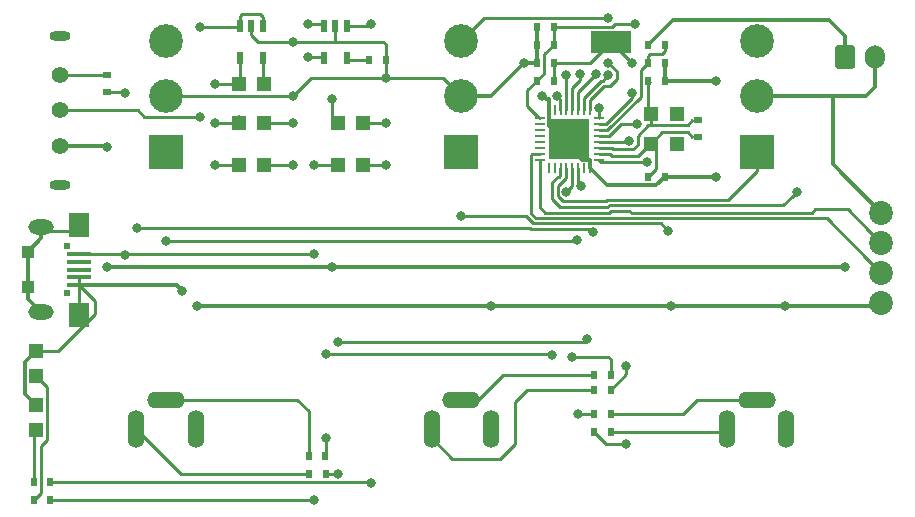
<source format=gbr>
%TF.GenerationSoftware,KiCad,Pcbnew,(5.1.9-0-10_14)*%
%TF.CreationDate,2021-02-15T23:58:24+01:00*%
%TF.ProjectId,ledTruck,6c656454-7275-4636-9b2e-6b696361645f,rev?*%
%TF.SameCoordinates,Original*%
%TF.FileFunction,Copper,L1,Top*%
%TF.FilePolarity,Positive*%
%FSLAX46Y46*%
G04 Gerber Fmt 4.6, Leading zero omitted, Abs format (unit mm)*
G04 Created by KiCad (PCBNEW (5.1.9-0-10_14)) date 2021-02-15 23:58:24*
%MOMM*%
%LPD*%
G01*
G04 APERTURE LIST*
%TA.AperFunction,SMDPad,CuDef*%
%ADD10R,2.150000X0.400000*%
%TD*%
%TA.AperFunction,SMDPad,CuDef*%
%ADD11R,1.000000X1.000000*%
%TD*%
%TA.AperFunction,ComponentPad*%
%ADD12C,0.610000*%
%TD*%
%TA.AperFunction,ComponentPad*%
%ADD13O,2.150000X1.300000*%
%TD*%
%TA.AperFunction,ComponentPad*%
%ADD14R,1.800000X2.000000*%
%TD*%
%TA.AperFunction,SMDPad,CuDef*%
%ADD15R,1.200000X1.200000*%
%TD*%
%TA.AperFunction,SMDPad,CuDef*%
%ADD16R,1.240000X1.290000*%
%TD*%
%TA.AperFunction,SMDPad,CuDef*%
%ADD17R,0.600000X1.050000*%
%TD*%
%TA.AperFunction,SMDPad,CuDef*%
%ADD18R,3.450000X1.850000*%
%TD*%
%TA.AperFunction,ComponentPad*%
%ADD19C,2.850000*%
%TD*%
%TA.AperFunction,ComponentPad*%
%ADD20R,2.850000X2.850000*%
%TD*%
%TA.AperFunction,SMDPad,CuDef*%
%ADD21R,0.600000X0.800000*%
%TD*%
%TA.AperFunction,SMDPad,CuDef*%
%ADD22R,0.800000X0.600000*%
%TD*%
%TA.AperFunction,ComponentPad*%
%ADD23C,2.020000*%
%TD*%
%TA.AperFunction,ComponentPad*%
%ADD24O,1.700000X2.000000*%
%TD*%
%TA.AperFunction,ComponentPad*%
%ADD25O,3.200000X1.400000*%
%TD*%
%TA.AperFunction,ComponentPad*%
%ADD26O,1.400000X3.200000*%
%TD*%
%TA.AperFunction,SMDPad,CuDef*%
%ADD27R,0.280000X0.850000*%
%TD*%
%TA.AperFunction,SMDPad,CuDef*%
%ADD28R,0.850000X0.280000*%
%TD*%
%TA.AperFunction,SMDPad,CuDef*%
%ADD29R,3.450000X3.450000*%
%TD*%
%TA.AperFunction,ComponentPad*%
%ADD30C,0.200000*%
%TD*%
%TA.AperFunction,ComponentPad*%
%ADD31C,1.400000*%
%TD*%
%TA.AperFunction,ComponentPad*%
%ADD32O,1.800000X0.800000*%
%TD*%
%TA.AperFunction,ViaPad*%
%ADD33C,0.800000*%
%TD*%
%TA.AperFunction,Conductor*%
%ADD34C,0.250000*%
%TD*%
%TA.AperFunction,Conductor*%
%ADD35C,0.304800*%
%TD*%
G04 APERTURE END LIST*
D10*
%TO.P,J2,5*%
%TO.N,GND*%
X112634000Y-97312000D03*
%TO.P,J2,4*%
X112634000Y-96662000D03*
%TO.P,J2,3*%
%TO.N,Net-(J2-Pad3)*%
X112634000Y-96012000D03*
%TO.P,J2,2*%
%TO.N,Net-(J2-Pad2)*%
X112634000Y-95362000D03*
D11*
%TO.P,J2,SH*%
%TO.N,GND*%
X108324000Y-97512000D03*
D12*
X111624000Y-98012000D03*
X111624000Y-94012000D03*
D13*
X109474000Y-99612000D03*
D14*
X112634000Y-99812000D03*
D13*
X109474000Y-92412000D03*
D14*
X112634000Y-92212000D03*
D10*
%TO.P,J2,1*%
%TO.N,VBUS*%
X112634000Y-94712000D03*
D11*
%TO.P,J2,SH*%
%TO.N,GND*%
X108324000Y-94512000D03*
%TD*%
D15*
%TO.P,C9,1*%
%TO.N,+3V3*%
X126204000Y-87122000D03*
%TO.P,C9,2*%
%TO.N,GND*%
X128304000Y-87122000D03*
%TD*%
%TO.P,C7,1*%
%TO.N,+BATT*%
X134586000Y-83566000D03*
%TO.P,C7,2*%
%TO.N,GND*%
X136686000Y-83566000D03*
%TD*%
%TO.P,C4,1*%
%TO.N,+3V3*%
X126204000Y-83566000D03*
%TO.P,C4,2*%
%TO.N,GND*%
X128304000Y-83566000D03*
%TD*%
%TO.P,C1,1*%
%TO.N,VBUS*%
X134586000Y-87122000D03*
%TO.P,C1,2*%
%TO.N,GND*%
X136686000Y-87122000D03*
%TD*%
D16*
%TO.P,Y1,2*%
%TO.N,Net-(C3-Pad1)*%
X161072000Y-82804000D03*
%TO.P,Y1,4*%
%TO.N,N/C*%
X163322000Y-82804000D03*
%TO.P,Y1,1*%
%TO.N,Net-(C2-Pad1)*%
X161072000Y-85344000D03*
%TO.P,Y1,3*%
%TO.N,N/C*%
X163322000Y-85344000D03*
%TD*%
D17*
%TO.P,U2,1*%
%TO.N,Net-(R11-Pad2)*%
X135316000Y-75358000D03*
%TO.P,U2,2*%
%TO.N,GND*%
X134366000Y-75358000D03*
%TO.P,U2,3*%
%TO.N,+BATT*%
X133416000Y-75358000D03*
%TO.P,U2,4*%
%TO.N,VBUS*%
X133416000Y-78058000D03*
%TO.P,U2,5*%
%TO.N,Net-(R7-Pad1)*%
X135316000Y-78058000D03*
%TD*%
D18*
%TO.P,TP1,1*%
%TO.N,RST*%
X157734000Y-76708000D03*
%TD*%
D19*
%TO.P,SW3,3*%
%TO.N,SWITCH32*%
X170034000Y-76612000D03*
%TO.P,SW3,2*%
%TO.N,GND*%
X170034000Y-81312000D03*
D20*
%TO.P,SW3,1*%
%TO.N,SWITCH3*%
X170034000Y-86012000D03*
%TD*%
D19*
%TO.P,SW2,3*%
%TO.N,SWITCH22*%
X145034000Y-76612000D03*
%TO.P,SW2,2*%
%TO.N,GND*%
X145034000Y-81312000D03*
D20*
%TO.P,SW2,1*%
%TO.N,SWITCH2*%
X145034000Y-86012000D03*
%TD*%
D19*
%TO.P,SW1,3*%
%TO.N,SWITCH12*%
X120034000Y-76612000D03*
%TO.P,SW1,2*%
%TO.N,GND*%
X120034000Y-81312000D03*
D20*
%TO.P,SW1,1*%
%TO.N,SWITCH1*%
X120034000Y-86012000D03*
%TD*%
D21*
%TO.P,R13,1*%
%TO.N,MEAS_VBATT*%
X160844000Y-78486000D03*
%TO.P,R13,2*%
%TO.N,GND*%
X162244000Y-78486000D03*
%TD*%
%TO.P,R12,1*%
%TO.N,+BATT*%
X160844000Y-76962000D03*
%TO.P,R12,2*%
%TO.N,MEAS_VBATT*%
X162244000Y-76962000D03*
%TD*%
%TO.P,R11,1*%
%TO.N,Net-(D2-Pad2)*%
X108834000Y-114012000D03*
%TO.P,R11,2*%
%TO.N,Net-(R11-Pad2)*%
X110234000Y-114012000D03*
%TD*%
%TO.P,R10,1*%
%TO.N,Net-(D1-Pad2)*%
X108834000Y-115512000D03*
%TO.P,R10,2*%
%TO.N,VBUS*%
X110234000Y-115512000D03*
%TD*%
%TO.P,R9,1*%
%TO.N,+3V3*%
X151446000Y-80010000D03*
%TO.P,R9,2*%
%TO.N,RST*%
X152846000Y-80010000D03*
%TD*%
D22*
%TO.P,R8,1*%
%TO.N,Net-(C2-Pad1)*%
X165100000Y-84774000D03*
%TO.P,R8,2*%
%TO.N,Net-(C3-Pad1)*%
X165100000Y-83374000D03*
%TD*%
D21*
%TO.P,R7,1*%
%TO.N,Net-(R7-Pad1)*%
X137222000Y-78232000D03*
%TO.P,R7,2*%
%TO.N,GND*%
X138622000Y-78232000D03*
%TD*%
%TO.P,R6,1*%
%TO.N,Net-(CON3-Pad2)*%
X157672000Y-109728000D03*
%TO.P,R6,2*%
%TO.N,DET3*%
X156272000Y-109728000D03*
%TD*%
%TO.P,R5,1*%
%TO.N,Net-(CON2-Pad2)*%
X156272000Y-106172000D03*
%TO.P,R5,2*%
%TO.N,DET2*%
X157672000Y-106172000D03*
%TD*%
%TO.P,R4,1*%
%TO.N,Net-(CON1-Pad2)*%
X132142000Y-113284000D03*
%TO.P,R4,2*%
%TO.N,DET1*%
X133542000Y-113284000D03*
%TD*%
%TO.P,R3,1*%
%TO.N,Net-(CON3-Pad1)*%
X157672000Y-108204000D03*
%TO.P,R3,2*%
%TO.N,LED3*%
X156272000Y-108204000D03*
%TD*%
%TO.P,R2,1*%
%TO.N,LED2*%
X157672000Y-104902000D03*
%TO.P,R2,2*%
%TO.N,Net-(CON2-Pad1)*%
X156272000Y-104902000D03*
%TD*%
%TO.P,R1,1*%
%TO.N,Net-(CON1-Pad1)*%
X132128000Y-111760000D03*
%TO.P,R1,2*%
%TO.N,LED1*%
X133528000Y-111760000D03*
%TD*%
D15*
%TO.P,L1,1*%
%TO.N,Net-(L1-Pad1)*%
X128338000Y-80264000D03*
%TO.P,L1,2*%
%TO.N,+3V3*%
X126238000Y-80264000D03*
%TD*%
D23*
%TO.P,J3,4*%
%TO.N,GND*%
X180594000Y-91186000D03*
%TO.P,J3,3*%
%TO.N,SWCLK*%
X180594000Y-93726000D03*
%TO.P,J3,2*%
%TO.N,SWDIO*%
X180594000Y-96266000D03*
%TO.P,J3,1*%
%TO.N,+3V3*%
X180594000Y-98806000D03*
%TD*%
D24*
%TO.P,J1,2*%
%TO.N,GND*%
X180034000Y-78012000D03*
%TO.P,J1,1*%
%TO.N,+BATT*%
%TA.AperFunction,ComponentPad*%
G36*
G01*
X176684000Y-78762000D02*
X176684000Y-77262000D01*
G75*
G02*
X176934000Y-77012000I250000J0D01*
G01*
X178134000Y-77012000D01*
G75*
G02*
X178384000Y-77262000I0J-250000D01*
G01*
X178384000Y-78762000D01*
G75*
G02*
X178134000Y-79012000I-250000J0D01*
G01*
X176934000Y-79012000D01*
G75*
G02*
X176684000Y-78762000I0J250000D01*
G01*
G37*
%TD.AperFunction*%
%TD*%
D15*
%TO.P,D2,1*%
%TO.N,GND*%
X109034000Y-107462000D03*
%TO.P,D2,2*%
%TO.N,Net-(D2-Pad2)*%
X109034000Y-109562000D03*
%TD*%
%TO.P,D1,1*%
%TO.N,GND*%
X109034000Y-102912000D03*
%TO.P,D1,2*%
%TO.N,Net-(D1-Pad2)*%
X109034000Y-105012000D03*
%TD*%
D21*
%TO.P,C8,1*%
%TO.N,RST*%
X152846000Y-78486000D03*
%TO.P,C8,2*%
%TO.N,GND*%
X151446000Y-78486000D03*
%TD*%
%TO.P,C6,1*%
%TO.N,+3V3*%
X152846000Y-76962000D03*
%TO.P,C6,2*%
%TO.N,GND*%
X151446000Y-76962000D03*
%TD*%
%TO.P,C5,1*%
%TO.N,+3V3*%
X152846000Y-75464000D03*
%TO.P,C5,2*%
%TO.N,GND*%
X151446000Y-75464000D03*
%TD*%
%TO.P,C3,1*%
%TO.N,Net-(C3-Pad1)*%
X160844000Y-80010000D03*
%TO.P,C3,2*%
%TO.N,GND*%
X162244000Y-80010000D03*
%TD*%
%TO.P,C2,1*%
%TO.N,Net-(C2-Pad1)*%
X160844000Y-88138000D03*
%TO.P,C2,2*%
%TO.N,GND*%
X162244000Y-88138000D03*
%TD*%
D25*
%TO.P,CON1,1*%
%TO.N,Net-(CON1-Pad1)*%
X120034000Y-107012000D03*
D26*
%TO.P,CON1,2*%
%TO.N,Net-(CON1-Pad2)*%
X117534000Y-109512000D03*
%TO.P,CON1,3*%
%TO.N,+3V3*%
X122534000Y-109512000D03*
%TD*%
D25*
%TO.P,CON2,1*%
%TO.N,Net-(CON2-Pad1)*%
X145034000Y-107012000D03*
D26*
%TO.P,CON2,2*%
%TO.N,Net-(CON2-Pad2)*%
X142534000Y-109512000D03*
%TO.P,CON2,3*%
%TO.N,+3V3*%
X147534000Y-109512000D03*
%TD*%
%TO.P,CON3,3*%
%TO.N,+3V3*%
X172534000Y-109512000D03*
%TO.P,CON3,2*%
%TO.N,Net-(CON3-Pad2)*%
X167534000Y-109512000D03*
D25*
%TO.P,CON3,1*%
%TO.N,Net-(CON3-Pad1)*%
X170034000Y-107012000D03*
%TD*%
D27*
%TO.P,U1,25*%
%TO.N,Net-(U1-Pad25)*%
X152440000Y-87437000D03*
D28*
%TO.P,U1,17*%
%TO.N,+3V3*%
X151715000Y-83212000D03*
D27*
%TO.P,U1,9*%
%TO.N,SWITCH22*%
X155940000Y-82487000D03*
D29*
%TO.P,U1,33*%
%TO.N,N/C*%
X154190000Y-84962000D03*
D30*
X153190000Y-85962000D03*
X153190000Y-84962000D03*
X153190000Y-83962000D03*
X154190000Y-85962000D03*
X154190000Y-84962000D03*
X154190000Y-83962000D03*
X155190000Y-85962000D03*
X155190000Y-84962000D03*
X155190000Y-83962000D03*
D28*
%TO.P,U1,1*%
%TO.N,+3V3*%
X156665000Y-86712000D03*
%TO.P,U1,2*%
%TO.N,Net-(C2-Pad1)*%
X156665000Y-86212000D03*
%TO.P,U1,3*%
%TO.N,Net-(C3-Pad1)*%
X156665000Y-85712000D03*
%TO.P,U1,4*%
%TO.N,RST*%
X156665000Y-85212000D03*
%TO.P,U1,5*%
%TO.N,+3V3*%
X156665000Y-84712000D03*
%TO.P,U1,6*%
%TO.N,MEAS_VBATT*%
X156665000Y-84212000D03*
%TO.P,U1,7*%
%TO.N,SWITCH2*%
X156665000Y-83712000D03*
%TO.P,U1,8*%
%TO.N,SWITCH12*%
X156665000Y-83212000D03*
D27*
%TO.P,U1,10*%
%TO.N,DET3*%
X155440000Y-82487000D03*
%TO.P,U1,11*%
%TO.N,DET2*%
X154940000Y-82487000D03*
%TO.P,U1,12*%
%TO.N,DET1*%
X154440000Y-82487000D03*
%TO.P,U1,13*%
%TO.N,SWITCH1*%
X153940000Y-82487000D03*
%TO.P,U1,14*%
%TO.N,LED1*%
X153440000Y-82487000D03*
%TO.P,U1,15*%
%TO.N,Net-(U1-Pad15)*%
X152940000Y-82487000D03*
%TO.P,U1,16*%
%TO.N,GND*%
X152440000Y-82487000D03*
D28*
%TO.P,U1,18*%
%TO.N,Net-(U1-Pad18)*%
X151715000Y-83712000D03*
%TO.P,U1,19*%
%TO.N,Net-(U1-Pad19)*%
X151715000Y-84212000D03*
%TO.P,U1,20*%
%TO.N,Net-(U1-Pad20)*%
X151715000Y-84712000D03*
%TO.P,U1,21*%
%TO.N,Net-(U1-Pad21)*%
X151715000Y-85212000D03*
%TO.P,U1,22*%
%TO.N,Net-(U1-Pad22)*%
X151715000Y-85712000D03*
%TO.P,U1,23*%
%TO.N,SWDIO*%
X151715000Y-86212000D03*
%TO.P,U1,24*%
%TO.N,SWCLK*%
X151715000Y-86712000D03*
D27*
%TO.P,U1,26*%
%TO.N,Net-(U1-Pad26)*%
X152940000Y-87437000D03*
%TO.P,U1,27*%
%TO.N,SWITCH32*%
X153440000Y-87437000D03*
%TO.P,U1,28*%
%TO.N,SWITCH3*%
X153940000Y-87437000D03*
%TO.P,U1,29*%
%TO.N,LED3*%
X154440000Y-87437000D03*
%TO.P,U1,30*%
%TO.N,LED2*%
X154940000Y-87437000D03*
%TO.P,U1,31*%
%TO.N,BOOT0*%
X155440000Y-87437000D03*
%TO.P,U1,32*%
%TO.N,GND*%
X155940000Y-87437000D03*
%TD*%
D31*
%TO.P,S1,1*%
%TO.N,Net-(R14-Pad1)*%
X111034000Y-79512000D03*
%TO.P,S1,2*%
%TO.N,+BATT_SWITCHED*%
X111034000Y-82512000D03*
%TO.P,S1,3*%
%TO.N,+BATT*%
X111034000Y-85512000D03*
D32*
%TO.P,S1,SH*%
%TO.N,N/C*%
X111034000Y-76212000D03*
X111034000Y-88812000D03*
%TD*%
D22*
%TO.P,R14,2*%
%TO.N,VBUS*%
X115062000Y-80964000D03*
%TO.P,R14,1*%
%TO.N,Net-(R14-Pad1)*%
X115062000Y-79564000D03*
%TD*%
D17*
%TO.P,U3,5*%
%TO.N,Net-(L1-Pad1)*%
X128204000Y-78058000D03*
%TO.P,U3,4*%
%TO.N,+3V3*%
X126304000Y-78058000D03*
%TO.P,U3,3*%
%TO.N,+BATT_SWITCHED*%
X126304000Y-75358000D03*
%TO.P,U3,2*%
%TO.N,GND*%
X127254000Y-75358000D03*
%TO.P,U3,1*%
%TO.N,+BATT_SWITCHED*%
X128204000Y-75358000D03*
%TD*%
D33*
%TO.N,GND*%
X130810000Y-76708000D03*
X130810000Y-87122000D03*
X130810000Y-83566000D03*
X130778000Y-81312000D03*
X138684000Y-79756000D03*
X138684000Y-87122000D03*
X138684000Y-83566000D03*
X151892000Y-81280000D03*
X150368000Y-78486000D03*
X166624000Y-88138000D03*
X166624000Y-80010000D03*
X121412000Y-97790000D03*
%TO.N,VBUS*%
X132558000Y-94712000D03*
X132588000Y-87122000D03*
X132080000Y-77978000D03*
X132530000Y-115512000D03*
X116586000Y-81026000D03*
X116586000Y-94742000D03*
%TO.N,+3V3*%
X124206000Y-80264000D03*
X124206000Y-87122000D03*
X124206000Y-83566000D03*
X159766000Y-75184000D03*
X147534000Y-99100000D03*
X172466000Y-99060000D03*
X122682000Y-99060000D03*
X159905098Y-83695778D03*
X162813999Y-99059999D03*
X160782000Y-86868000D03*
%TO.N,+BATT*%
X134112000Y-81534000D03*
X132080000Y-75184000D03*
X134112000Y-95758000D03*
X177546000Y-95758000D03*
X115062000Y-85598000D03*
X115062000Y-95758000D03*
%TO.N,RST*%
X159512000Y-78486000D03*
X159258000Y-85090000D03*
%TO.N,LED1*%
X153162000Y-81280000D03*
X133604000Y-103124000D03*
X133604000Y-110236000D03*
X152690990Y-103279001D03*
%TO.N,LED2*%
X155194000Y-88900000D03*
X154432000Y-103378000D03*
%TO.N,LED3*%
X154940000Y-108204000D03*
X153924000Y-89408000D03*
%TO.N,DET1*%
X134620000Y-113284000D03*
X134620000Y-102108000D03*
X155118478Y-79416112D03*
X155702008Y-101854000D03*
%TO.N,DET2*%
X156440505Y-79473199D03*
X159004000Y-104140000D03*
%TO.N,DET3*%
X157480000Y-79559002D03*
X159004000Y-110744000D03*
%TO.N,Net-(R11-Pad2)*%
X137414000Y-75184000D03*
X137414004Y-114046000D03*
%TO.N,SWITCH12*%
X117602000Y-92456000D03*
X156718000Y-82296000D03*
X156210000Y-92811032D03*
%TO.N,SWITCH1*%
X120034000Y-93618000D03*
X153924000Y-79502000D03*
X154857951Y-93522974D03*
%TO.N,SWITCH22*%
X157480000Y-78486000D03*
X157480000Y-74676000D03*
%TO.N,SWITCH2*%
X145034000Y-91440000D03*
X159512000Y-81026000D03*
X162560000Y-92710000D03*
%TO.N,SWITCH32*%
X173482000Y-89408000D03*
%TO.N,+BATT_SWITCHED*%
X122931999Y-83062001D03*
X122931999Y-75442001D03*
%TD*%
D34*
%TO.N,GND*%
X112384000Y-92712000D02*
X112484000Y-92812000D01*
X110034000Y-92712000D02*
X112384000Y-92712000D01*
X112709000Y-98987000D02*
X112484000Y-99212000D01*
X112709000Y-97312000D02*
X112709000Y-98987000D01*
X112484000Y-99312000D02*
X112482000Y-99314000D01*
X112484000Y-99212000D02*
X112484000Y-99312000D01*
X110869002Y-102912000D02*
X114046000Y-99735002D01*
X109034000Y-102912000D02*
X110869002Y-102912000D01*
X114046000Y-98649000D02*
X112709000Y-97312000D01*
X114046000Y-99735002D02*
X114046000Y-98649000D01*
X112709000Y-96662000D02*
X112709000Y-97312000D01*
X127254000Y-76133000D02*
X127829000Y-76708000D01*
X127254000Y-75358000D02*
X127254000Y-76133000D01*
X127829000Y-76708000D02*
X130810000Y-76708000D01*
X130810000Y-76708000D02*
X133791000Y-76708000D01*
X133858000Y-76708000D02*
X134366000Y-76708000D01*
X134366000Y-76708000D02*
X134366000Y-75358000D01*
X134366000Y-76708000D02*
X138430000Y-76708000D01*
X138622000Y-76900000D02*
X138622000Y-78232000D01*
X138430000Y-76708000D02*
X138622000Y-76900000D01*
X130810000Y-87122000D02*
X128791500Y-87122000D01*
X128791500Y-83566000D02*
X130810000Y-83566000D01*
X120034000Y-81312000D02*
X130778000Y-81312000D01*
X130778000Y-81312000D02*
X132334000Y-79756000D01*
X132334000Y-79756000D02*
X138684000Y-79756000D01*
X138684000Y-78294000D02*
X138622000Y-78232000D01*
X138684000Y-79756000D02*
X138684000Y-78294000D01*
X138684000Y-87122000D02*
X137173500Y-87122000D01*
X137173500Y-83566000D02*
X138684000Y-83566000D01*
X143478000Y-79756000D02*
X145034000Y-81312000D01*
X138684000Y-79756000D02*
X143478000Y-79756000D01*
D35*
X162244000Y-78486000D02*
X162244000Y-80010000D01*
X151446000Y-75464000D02*
X151446000Y-76962000D01*
X151446000Y-76962000D02*
X151446000Y-78486000D01*
X152428000Y-82487000D02*
X152428000Y-81562000D01*
X152174000Y-81562000D02*
X151892000Y-81280000D01*
X152428000Y-81562000D02*
X152174000Y-81562000D01*
X150368000Y-78486000D02*
X151446000Y-78486000D01*
X152462999Y-83876001D02*
X152462999Y-82612999D01*
X153123997Y-84536999D02*
X152462999Y-83876001D01*
X154603001Y-84757999D02*
X154382001Y-84536999D01*
X155828001Y-86686999D02*
X155266999Y-86686999D01*
X154749500Y-86169500D02*
X154752999Y-86166001D01*
X152462999Y-82612999D02*
X152428000Y-82578000D01*
X155893001Y-86751999D02*
X155828001Y-86686999D01*
X155893001Y-87313001D02*
X155893001Y-86751999D01*
X154603001Y-85166001D02*
X154603001Y-84757999D01*
X154752999Y-85757999D02*
X154973999Y-85536999D01*
X155928000Y-87348000D02*
X155893001Y-87313001D01*
X154973999Y-85536999D02*
X154603001Y-85166001D01*
X152428000Y-82578000D02*
X152428000Y-82487000D01*
X154752999Y-86166001D02*
X154752999Y-85757999D01*
X154382001Y-84536999D02*
X153123997Y-84536999D01*
X155266999Y-86686999D02*
X154749500Y-86169500D01*
X155928000Y-87437000D02*
X155928000Y-87348000D01*
X161518999Y-88863001D02*
X162244000Y-88138000D01*
X157354001Y-88863001D02*
X161518999Y-88863001D01*
X155928000Y-87437000D02*
X157354001Y-88863001D01*
X162244000Y-88138000D02*
X166624000Y-88138000D01*
X162244000Y-80010000D02*
X166624000Y-80010000D01*
X180034000Y-80570000D02*
X180034000Y-78012000D01*
X179292000Y-81312000D02*
X180034000Y-80570000D01*
X176498000Y-87090000D02*
X180594000Y-91186000D01*
X170034000Y-81312000D02*
X176498000Y-81312000D01*
X176498000Y-81312000D02*
X176498000Y-87090000D01*
X176498000Y-81312000D02*
X179292000Y-81312000D01*
X147542000Y-81312000D02*
X150368000Y-78486000D01*
X145034000Y-81312000D02*
X147542000Y-81312000D01*
X108081599Y-106509599D02*
X109034000Y-107462000D01*
X108081599Y-103864401D02*
X108081599Y-106509599D01*
X109034000Y-102912000D02*
X108081599Y-103864401D01*
X120934000Y-97312000D02*
X112709000Y-97312000D01*
X121412000Y-97790000D02*
X120934000Y-97312000D01*
X109474000Y-93362000D02*
X108324000Y-94512000D01*
X109474000Y-92412000D02*
X109474000Y-93362000D01*
X108324000Y-94512000D02*
X108324000Y-97512000D01*
X108324000Y-98462000D02*
X109474000Y-99612000D01*
X108324000Y-97512000D02*
X108324000Y-98462000D01*
D34*
%TO.N,VBUS*%
X112709000Y-94712000D02*
X132558000Y-94712000D01*
X132558000Y-94712000D02*
X132558000Y-94712000D01*
X134098500Y-87122000D02*
X132588000Y-87122000D01*
X133336000Y-77978000D02*
X133416000Y-78058000D01*
X132080000Y-77978000D02*
X133336000Y-77978000D01*
X110234000Y-115512000D02*
X132530000Y-115512000D01*
X115062000Y-80964000D02*
X116270000Y-80964000D01*
X116332000Y-81026000D02*
X116586000Y-81026000D01*
X116270000Y-80964000D02*
X116332000Y-81026000D01*
%TO.N,Net-(C2-Pad1)*%
X160844000Y-88138000D02*
X160999001Y-87982999D01*
X162042001Y-84373999D02*
X161072000Y-85344000D01*
X164191999Y-84373999D02*
X162042001Y-84373999D01*
X164592000Y-84774000D02*
X164191999Y-84373999D01*
X160844000Y-88138000D02*
X161507002Y-87474998D01*
X161507002Y-87474998D02*
X161507002Y-85779002D01*
X161507002Y-85779002D02*
X161072000Y-85344000D01*
X156653000Y-86212000D02*
X157654585Y-86212000D01*
X160028986Y-86387014D02*
X160691000Y-85725000D01*
X157829599Y-86387014D02*
X160028986Y-86387014D01*
X157654585Y-86212000D02*
X157829599Y-86387014D01*
%TO.N,Net-(C3-Pad1)*%
X160844000Y-80010000D02*
X160982700Y-80148700D01*
X160844000Y-82576000D02*
X161072000Y-82804000D01*
X160844000Y-80010000D02*
X160844000Y-82576000D01*
X164191999Y-83774001D02*
X164592000Y-83374000D01*
X161072000Y-83692002D02*
X160990001Y-83774001D01*
X161072000Y-82804000D02*
X161072000Y-83692002D01*
X160990001Y-83774001D02*
X164191999Y-83774001D01*
X160885003Y-83774001D02*
X160990001Y-83774001D01*
X159606002Y-85815002D02*
X159983002Y-85438002D01*
X157893998Y-85815002D02*
X159606002Y-85815002D01*
X159983002Y-84676002D02*
X160885003Y-83774001D01*
X159983002Y-85438002D02*
X159983002Y-84676002D01*
X157790996Y-85712000D02*
X157893998Y-85815002D01*
X156653000Y-85712000D02*
X157790996Y-85712000D01*
%TO.N,+3V3*%
X126304000Y-80198000D02*
X126238000Y-80264000D01*
X126304000Y-78058000D02*
X126304000Y-80198000D01*
X126238000Y-83044500D02*
X125716500Y-83566000D01*
X126238000Y-80264000D02*
X124206000Y-80264000D01*
X124206000Y-87122000D02*
X125716500Y-87122000D01*
X125716500Y-83566000D02*
X124206000Y-83566000D01*
X152846000Y-75464000D02*
X152846000Y-76962000D01*
X152071001Y-77736999D02*
X152846000Y-76962000D01*
X152071001Y-79384999D02*
X152071001Y-77736999D01*
X151446000Y-80010000D02*
X152071001Y-79384999D01*
X150622000Y-82172000D02*
X151446000Y-82996000D01*
X150622000Y-80834000D02*
X150622000Y-82172000D01*
X151446000Y-80010000D02*
X150622000Y-80834000D01*
X152852001Y-75457999D02*
X152846000Y-75464000D01*
X157771003Y-75457999D02*
X152852001Y-75457999D01*
X158045002Y-75184000D02*
X157771003Y-75457999D01*
X159766000Y-75184000D02*
X158045002Y-75184000D01*
X151487000Y-82996000D02*
X151703000Y-83212000D01*
X151446000Y-82996000D02*
X151487000Y-82996000D01*
D35*
X180340000Y-99060000D02*
X180594000Y-98806000D01*
X172466000Y-99060000D02*
X180340000Y-99060000D01*
X147494000Y-99060000D02*
X147534000Y-99100000D01*
X122682000Y-99060000D02*
X147494000Y-99060000D01*
X172466000Y-99060000D02*
X171900314Y-99059999D01*
X171900314Y-99059999D02*
X162813999Y-99059999D01*
X147534000Y-99100000D02*
X162773998Y-99100000D01*
X162773998Y-99100000D02*
X162813999Y-99059999D01*
D34*
X158563218Y-83695778D02*
X159905098Y-83695778D01*
X156653000Y-86712000D02*
X156809000Y-86868000D01*
X156653000Y-84712000D02*
X157546996Y-84712000D01*
X157546996Y-84712000D02*
X158563218Y-83695778D01*
X156809000Y-86868000D02*
X160782000Y-86868000D01*
%TO.N,+BATT*%
X134098500Y-83566000D02*
X134112000Y-83566000D01*
X134098500Y-83566000D02*
X134098500Y-81547500D01*
X134098500Y-81547500D02*
X134112000Y-81534000D01*
X133242000Y-75184000D02*
X133416000Y-75358000D01*
X132080000Y-75184000D02*
X133242000Y-75184000D01*
D35*
X162971401Y-74834599D02*
X176180599Y-74834599D01*
X160844000Y-76962000D02*
X162971401Y-74834599D01*
X177534000Y-76188000D02*
X177534000Y-78012000D01*
X176180599Y-74834599D02*
X177534000Y-76188000D01*
X134112000Y-95758000D02*
X177546000Y-95758000D01*
X111034000Y-85512000D02*
X114976000Y-85512000D01*
X114976000Y-85512000D02*
X115062000Y-85598000D01*
X115062000Y-95758000D02*
X134112000Y-95758000D01*
D34*
%TO.N,RST*%
X152846000Y-78486000D02*
X152846000Y-80010000D01*
X155956000Y-78486000D02*
X157734000Y-76708000D01*
X152846000Y-78486000D02*
X155956000Y-78486000D01*
X159512000Y-78486000D02*
X157734000Y-76708000D01*
X156665000Y-85212000D02*
X159136000Y-85212000D01*
X159136000Y-85212000D02*
X159258000Y-85090000D01*
%TO.N,Net-(CON1-Pad1)*%
X120034000Y-107012000D02*
X131142000Y-107012000D01*
X132128000Y-107998000D02*
X132128000Y-111760000D01*
X131142000Y-107012000D02*
X132128000Y-107998000D01*
%TO.N,Net-(CON1-Pad2)*%
X121306000Y-113284000D02*
X117534000Y-109512000D01*
X132142000Y-113284000D02*
X121306000Y-113284000D01*
%TO.N,Net-(CON2-Pad1)*%
X145034000Y-107012000D02*
X146480000Y-107012000D01*
X148590000Y-104902000D02*
X156272000Y-104902000D01*
X146480000Y-107012000D02*
X148590000Y-104902000D01*
%TO.N,Net-(CON2-Pad2)*%
X149606000Y-107188000D02*
X150622000Y-106172000D01*
X148336000Y-112014000D02*
X149606000Y-110744000D01*
X150622000Y-106172000D02*
X156272000Y-106172000D01*
X142534000Y-110276000D02*
X144272000Y-112014000D01*
X149606000Y-110744000D02*
X149606000Y-107188000D01*
X144272000Y-112014000D02*
X148336000Y-112014000D01*
X142534000Y-109512000D02*
X142534000Y-110276000D01*
%TO.N,Net-(CON3-Pad1)*%
X157672000Y-108204000D02*
X163830000Y-108204000D01*
X165022000Y-107012000D02*
X170034000Y-107012000D01*
X163830000Y-108204000D02*
X165022000Y-107012000D01*
%TO.N,Net-(CON3-Pad2)*%
X167318000Y-109728000D02*
X167534000Y-109512000D01*
X157672000Y-109728000D02*
X167318000Y-109728000D01*
%TO.N,Net-(D1-Pad2)*%
X109959001Y-110422001D02*
X109959001Y-105937001D01*
X109959001Y-105937001D02*
X109034000Y-105012000D01*
X109459001Y-110922001D02*
X109959001Y-110422001D01*
X109459001Y-114886999D02*
X109459001Y-110922001D01*
X108834000Y-115512000D02*
X109459001Y-114886999D01*
%TO.N,Net-(D2-Pad2)*%
X108834000Y-109762000D02*
X109034000Y-109562000D01*
X108834000Y-114012000D02*
X108834000Y-109762000D01*
%TO.N,SWCLK*%
X151703000Y-90743000D02*
X152146000Y-91186000D01*
X157548585Y-91186000D02*
X157707599Y-91026986D01*
X151703000Y-86712000D02*
X151703000Y-90743000D01*
X157707599Y-91026986D02*
X159284403Y-91026989D01*
X179584001Y-92716001D02*
X180594000Y-93726000D01*
X175006000Y-90880040D02*
X177748040Y-90880040D01*
X177748040Y-90880040D02*
X179584001Y-92716001D01*
X152146000Y-91186000D02*
X157548585Y-91186000D01*
X159284403Y-91026989D02*
X159443414Y-91186000D01*
X159443414Y-91186000D02*
X174700040Y-91186000D01*
X174700040Y-91186000D02*
X175006000Y-90880040D01*
%TO.N,SWDIO*%
X151028000Y-86212000D02*
X150952999Y-86287001D01*
X151326011Y-91636011D02*
X175964011Y-91636011D01*
X150952999Y-86287001D02*
X150952999Y-91262999D01*
X151703000Y-86212000D02*
X151028000Y-86212000D01*
X150952999Y-91262999D02*
X151326011Y-91636011D01*
X179584001Y-95256001D02*
X180594000Y-96266000D01*
X175964011Y-91636011D02*
X179584001Y-95256001D01*
%TO.N,Net-(L1-Pad1)*%
X128204000Y-80130000D02*
X128338000Y-80264000D01*
X128204000Y-78058000D02*
X128204000Y-80130000D01*
%TO.N,LED1*%
X153428000Y-82487000D02*
X153428000Y-81546000D01*
X153428000Y-81546000D02*
X153162000Y-81280000D01*
X133604000Y-111684000D02*
X133528000Y-111760000D01*
X133604000Y-110236000D02*
X133604000Y-111684000D01*
X133604000Y-103124000D02*
X152535989Y-103124000D01*
X152535989Y-103124000D02*
X152690990Y-103279001D01*
%TO.N,LED2*%
X154928000Y-87437000D02*
X154928000Y-88322998D01*
X154928000Y-88322998D02*
X154928000Y-88380000D01*
X154928000Y-88322998D02*
X154928000Y-88888000D01*
X154940000Y-88900000D02*
X155194000Y-88900000D01*
X154928000Y-88888000D02*
X154940000Y-88900000D01*
X154432000Y-103378000D02*
X157480000Y-103378000D01*
X157672000Y-103570000D02*
X157672000Y-104902000D01*
X157480000Y-103378000D02*
X157672000Y-103570000D01*
%TO.N,LED3*%
X156272000Y-108204000D02*
X154940000Y-108204000D01*
X154428000Y-88904000D02*
X153924000Y-89408000D01*
X154428000Y-87437000D02*
X154428000Y-88904000D01*
%TO.N,DET1*%
X133542000Y-113284000D02*
X134620000Y-113284000D01*
X155118478Y-79968522D02*
X155118478Y-79416112D01*
X154428000Y-80659000D02*
X155118478Y-79968522D01*
X154428000Y-82487000D02*
X154428000Y-80659000D01*
X155448008Y-102108000D02*
X155702008Y-101854000D01*
X134620000Y-102108000D02*
X155448008Y-102108000D01*
%TO.N,DET2*%
X154928000Y-82487000D02*
X154928000Y-80985704D01*
X154928000Y-80985704D02*
X156440505Y-79473199D01*
X157672000Y-106172000D02*
X159004000Y-104840000D01*
X159004000Y-104840000D02*
X159004000Y-104140000D01*
%TO.N,DET3*%
X157004084Y-80034918D02*
X157480000Y-79559002D01*
X155428000Y-82487000D02*
X155428000Y-81505804D01*
X155428000Y-81505804D02*
X156898886Y-80034918D01*
X156898886Y-80034918D02*
X157004084Y-80034918D01*
X156272000Y-109728000D02*
X157288000Y-110744000D01*
X157288000Y-110744000D02*
X159004000Y-110744000D01*
%TO.N,Net-(R7-Pad1)*%
X135490000Y-78232000D02*
X135316000Y-78058000D01*
X137222000Y-78232000D02*
X135490000Y-78232000D01*
%TO.N,Net-(R11-Pad2)*%
X135316000Y-75358000D02*
X137240000Y-75358000D01*
X137240000Y-75358000D02*
X137414000Y-75184000D01*
X110234000Y-114012000D02*
X137380004Y-114012000D01*
X137380004Y-114012000D02*
X137414004Y-114046000D01*
%TO.N,MEAS_VBATT*%
X162244000Y-76962000D02*
X162244000Y-77532000D01*
X162015001Y-77760999D02*
X160999001Y-77760999D01*
X162244000Y-77532000D02*
X162015001Y-77760999D01*
X160844000Y-77916000D02*
X160844000Y-78486000D01*
X160999001Y-77760999D02*
X160844000Y-77916000D01*
X160237001Y-81385585D02*
X160237001Y-80677999D01*
X157410586Y-84212000D02*
X160237001Y-81385585D01*
X156653000Y-84212000D02*
X157410586Y-84212000D01*
X160218999Y-79111001D02*
X160844000Y-78486000D01*
X160237001Y-80677999D02*
X160218999Y-80659997D01*
X160218999Y-80659997D02*
X160218999Y-79111001D01*
%TO.N,SWITCH12*%
X156653000Y-83212000D02*
X156653000Y-82360994D01*
X156653000Y-82360994D02*
X156718000Y-82295994D01*
X150873178Y-92456000D02*
X150953211Y-92536033D01*
X155935001Y-92536033D02*
X156210000Y-92811032D01*
X117602000Y-92456000D02*
X150873178Y-92456000D01*
X150953211Y-92536033D02*
X155935001Y-92536033D01*
%TO.N,SWITCH1*%
X153928000Y-82487000D02*
X153928000Y-79506000D01*
X153928000Y-79506000D02*
X153924000Y-79502000D01*
X154762925Y-93618000D02*
X154857951Y-93522974D01*
X120034000Y-93618000D02*
X154762925Y-93618000D01*
%TO.N,SWITCH22*%
X146970000Y-74676000D02*
X145034000Y-76612000D01*
X157480000Y-74676000D02*
X146970000Y-74676000D01*
X155928000Y-81642215D02*
X157085286Y-80484929D01*
X158205001Y-79211001D02*
X157480000Y-78486000D01*
X157085286Y-80484929D02*
X157627075Y-80484929D01*
X155928000Y-82487000D02*
X155928000Y-81642215D01*
X158205001Y-79907003D02*
X158205001Y-79211001D01*
X157627075Y-80484929D02*
X158205001Y-79907003D01*
%TO.N,SWITCH2*%
X151139611Y-92086022D02*
X161936022Y-92086022D01*
X161936022Y-92086022D02*
X162560000Y-92710000D01*
X145034000Y-91440000D02*
X150493589Y-91440000D01*
X150493589Y-91440000D02*
X151139611Y-92086022D01*
X159512000Y-81474174D02*
X159512000Y-81026000D01*
X156653000Y-83712000D02*
X157274174Y-83712000D01*
X157274174Y-83712000D02*
X159512000Y-81474174D01*
%TO.N,SWITCH32*%
X172313025Y-90576975D02*
X173082001Y-89807999D01*
X152748974Y-88619585D02*
X152748975Y-90010975D01*
X153416000Y-90678000D02*
X157420174Y-90678000D01*
X173082001Y-89807999D02*
X173482000Y-89408000D01*
X153181558Y-88187001D02*
X152748974Y-88619585D01*
X152748975Y-90010975D02*
X153416000Y-90678000D01*
X153428000Y-88087002D02*
X153328001Y-88187001D01*
X157420174Y-90678000D02*
X157521199Y-90576975D01*
X153428000Y-87437000D02*
X153428000Y-88087002D01*
X157521199Y-90576975D02*
X172313025Y-90576975D01*
X153328001Y-88187001D02*
X153181558Y-88187001D01*
%TO.N,SWITCH3*%
X153198998Y-88952415D02*
X153198998Y-89756002D01*
X153928000Y-87437000D02*
X153928000Y-88223413D01*
X170034000Y-87687000D02*
X170034000Y-86012000D01*
X157291763Y-90170000D02*
X157334799Y-90126964D01*
X153612996Y-90170000D02*
X157291763Y-90170000D01*
X153198998Y-89756002D02*
X153612996Y-90170000D01*
X153928000Y-88223413D02*
X153198998Y-88952415D01*
X157334799Y-90126964D02*
X167594036Y-90126964D01*
X167594036Y-90126964D02*
X170034000Y-87687000D01*
%TO.N,Net-(R14-Pad1)*%
X115010000Y-79512000D02*
X115062000Y-79564000D01*
X111034000Y-79512000D02*
X115010000Y-79512000D01*
%TO.N,+BATT_SWITCHED*%
X117640000Y-82512000D02*
X118190001Y-83062001D01*
X111034000Y-82512000D02*
X117640000Y-82512000D01*
X118190001Y-83062001D02*
X122931999Y-83062001D01*
X126219999Y-75442001D02*
X126304000Y-75358000D01*
X122931999Y-75442001D02*
X126219999Y-75442001D01*
X126304000Y-75358000D02*
X126304000Y-74550010D01*
X126304000Y-74550010D02*
X126492000Y-74362010D01*
X128204000Y-74583000D02*
X128204000Y-75358000D01*
X127983010Y-74362010D02*
X128204000Y-74583000D01*
X126492000Y-74362010D02*
X127983010Y-74362010D01*
%TD*%
M02*

</source>
